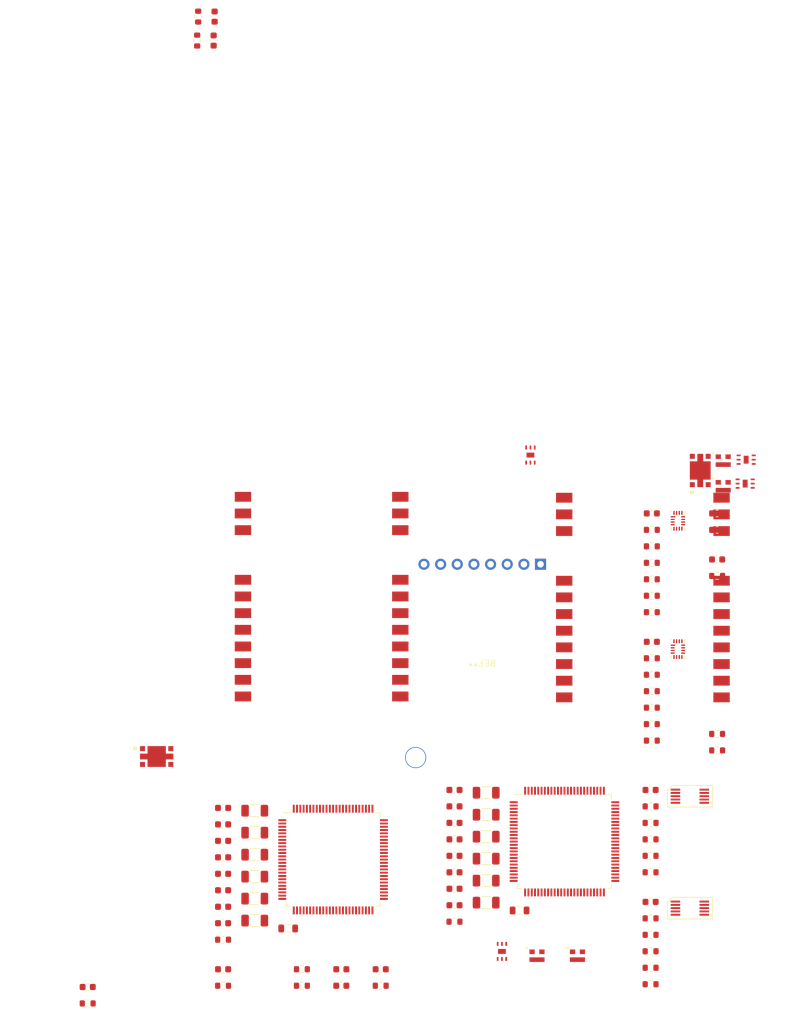
<source format=kicad_pcb>
(kicad_pcb (version 20240108) (generator "pcbnew") (generator_version "8.0")
  (layers (0 "F.Cu" signal) (31 "B.Cu" signal) (34 "B.Paste" user) (35 "F.Paste" user) (36 "B.SilkS" user "B.Silkscreen") (37 "F.SilkS" user "F.Silkscreen") (38 "B.Mask" user) (39 "F.Mask" user) (44 "Edge.Cuts" user))
  (net 0 "")
  (net 1 "GND")
  (net 2 "/COMMUNICATION MODULE 1/DETECTOR1/OUT")
  (net 3 "/COMMUNICATION MODULE 1/MONITOR/V_3.3")
  (net 4 "/COMMUNICATION MODULE 1/MONITOR/V_GND")
  (net 5 "/COMMUNICATION MODULE 2/MONITOR/V_GND")
  (net 6 "/COMMUNICATION MODULE 2/MONITOR/V_3.3")
  (net 7 "/COMMUNICATION MODULE 1/COMMAND/EFUSE_LATCHED/V_GND")
  (net 8 "/COMMUNICATION MODULE 1/COMMAND/V_LV")
  (net 9 "/COMMUNICATION MODULE 1/COMMAND/V_GND")
  (net 10 "/COMMUNICATION MODULE 1/COMMAND/MCU/V_3.3")
  (net 11 "/COMMUNICATION MODULE 1/COMMAND/MCU/VREF")
  (net 12 "/COMMUNICATION MODULE 1/COMMAND/MCU/VDD11")
  (net 13 "/COMMUNICATION MODULE 1/DETECTOR2/OUT")
  (net 14 "/COMMUNICATION MODULE 1/COMMAND/EXPANDER/V_3.3")
  (net 15 "/COMMUNICATION MODULE 2/DETECTOR2/OUT")
  (net 16 "/COMMUNICATION MODULE 2/DETECTOR1/OUT")
  (net 17 "/COMMUNICATION MODULE 1/COMMAND/CAN/V_3.3")
  (net 18 "/COMMUNICATION MODULE 2/COMMAND/EFUSE_LATCHED/V_GND")
  (net 19 "/COMMUNICATION MODULE 2/COMMAND/V_LV")
  (net 20 "/COMMUNICATION MODULE 2/COMMAND/V_GND")
  (net 21 "/COMMUNICATION MODULE 2/COMMAND/MCU/V_3.3")
  (net 22 "/COMMUNICATION MODULE 2/COMMAND/MCU/VREF")
  (net 23 "/COMMUNICATION MODULE 2/COMMAND/MCU/VDD11")
  (net 24 "/COMMUNICATION MODULE 2/COMMAND/EXPANDER/V_3.3")
  (net 25 "/COMMUNICATION MODULE 2/COMMAND/CAN/V_3.3")
  (net 26 "Net-(U17-VLXSMPS)")
  (net 27 "Net-(U21-VLXSMPS)")
  (net 28 "/COMMUNICATION MODULE 1/COMMAND/I2C1.SCL")
  (net 31 "/COMMUNICATION MODULE 1/COMMAND/I2C1.SDA")
  (net 32 "/COMMUNICATION MODULE 1/MONITOR/ALERT")
  (net 33 "/COMMUNICATION MODULE 1/MONITOR/A0")
  (net 34 "/COMMUNICATION MODULE 1/MONITOR/A1")
  (net 35 "/COMMUNICATION MODULE 2/COMMAND/I2C1.SCL")
  (net 38 "/COMMUNICATION MODULE 2/COMMAND/I2C1.SDA")
  (net 39 "/COMMUNICATION MODULE 2/MONITOR/ALERT")
  (net 40 "/COMMUNICATION MODULE 2/MONITOR/A0")
  (net 41 "/COMMUNICATION MODULE 2/MONITOR/A1")
  (net 42 "/COMMUNICATION MODULE 1/COMMAND/EFUSE_LATCHED/FAULT")
  (net 44 "/COMMUNICATION MODULE 1/COMMAND/MCU/PH3")
  (net 45 "/COMMUNICATION MODULE 1/COMMAND/EXPANDER_RESET")
  (net 46 "/COMMUNICATION MODULE 1/COMMAND/EXPANDER_INT")
  (net 47 "/COMMUNICATION MODULE 1/COMMAND/EXPANDER/A0")
  (net 48 "/COMMUNICATION MODULE 1/COMMAND/EXPANDER/A1")
  (net 50 "/COMMUNICATION MODULE 2/COMMAND/EFUSE_LATCHED/FAULT")
  (net 51 "/COMMUNICATION MODULE 2/COMMAND/MCU/PH3")
  (net 52 "/COMMUNICATION MODULE 2/COMMAND/EXPANDER_RESET")
  (net 53 "/COMMUNICATION MODULE 2/COMMAND/EXPANDER_INT")
  (net 54 "/COMMUNICATION MODULE 2/COMMAND/EXPANDER/A0")
  (net 55 "/COMMUNICATION MODULE 2/COMMAND/EXPANDER/A1")
  (net 56 "/COMMUNICATION MODULE 1/ATTENUATOR1/IN")
  (net 57 "/COMMUNICATION MODULE 1/ATTENUATOR1/OUT")
  (net 58 "/COMMUNICATION MODULE 1/MONITOR/I2C.SCL")
  (net 59 "/COMMUNICATION MODULE 1/MONITOR/IN")
  (net 60 "/COMMUNICATION MODULE 1/MONITOR/I2C.SDA")
  (net 61 "/COMMUNICATION MODULE 1/MONITOR/OUT")
  (net 62 "/COMMUNICATION MODULE 1/ATTENUATOR2/OUT")
  (net 63 "/COMMUNICATION MODULE 1/ATTENUATOR2/IN")
  (net 64 "/COMMUNICATION MODULE 2/MONITOR/IN")
  (net 65 "/COMMUNICATION MODULE 2/MONITOR/I2C.SCL")
  (net 66 "/COMMUNICATION MODULE 2/MONITOR/OUT")
  (net 67 "/COMMUNICATION MODULE 2/MONITOR/I2C.SDA")
  (net 68 "/COMMUNICATION MODULE 2/ATTENUATOR2/OUT")
  (net 69 "/COMMUNICATION MODULE 2/ATTENUATOR2/IN")
  (net 70 "/COMMUNICATION MODULE 1/TRANSCIEVER/SPI.CS")
  (net 71 "/COMMUNICATION MODULE 1/TRANSCIEVER/SPI.SCLK")
  (net 72 "/COMMUNICATION MODULE 1/TRANSCIEVER/RESET")
  (net 73 "/COMMUNICATION MODULE 1/TRANSCIEVER/DIO2")
  (net 74 "/COMMUNICATION MODULE 1/TRANSCIEVER/BUSY")
  (net 75 "/COMMUNICATION MODULE 1/TRANSCIEVER/SPI.SDO")
  (net 76 "/COMMUNICATION MODULE 1/TRANSCIEVER/SPI.SDI")
  (net 77 "/COMMUNICATION MODULE 1/TRANSCIEVER/ENABLE.TX")
  (net 78 "/COMMUNICATION MODULE 1/COUPLER/IN")
  (net 79 "/COMMUNICATION MODULE 1/TRANSCIEVER/ENABLE.RX")
  (net 80 "/COMMUNICATION MODULE 1/TRANSCIEVER/DIO1")
  (net 81 "/COMMUNICATION MODULE 2/ATTENUATOR1/IN")
  (net 82 "/COMMUNICATION MODULE 2/ATTENUATOR1/OUT")
  (net 83 "/COMMUNICATION MODULE 2/TRANSCIEVER/ENABLE.RX")
  (net 84 "/COMMUNICATION MODULE 2/TRANSCIEVER/BUSY")
  (net 85 "/COMMUNICATION MODULE 2/TRANSCIEVER/SPI.SCLK")
  (net 86 "/COMMUNICATION MODULE 2/TRANSCIEVER/SPI.SDO")
  (net 87 "/COMMUNICATION MODULE 2/TRANSCIEVER/SPI.SDI")
  (net 88 "/COMMUNICATION MODULE 2/TRANSCIEVER/RESET")
  (net 89 "/COMMUNICATION MODULE 2/TRANSCIEVER/SPI.CS")
  (net 90 "/COMMUNICATION MODULE 2/TRANSCIEVER/DIO1")
  (net 91 "/COMMUNICATION MODULE 2/TRANSCIEVER/DIO2")
  (net 92 "/COMMUNICATION MODULE 2/TRANSCIEVER/ENABLE.TX")
  (net 93 "/COMMUNICATION MODULE 2/COUPLER/IN")
  (net 94 "/COMMUNICATION MODULE 1/COMMAND/MCU/PE13")
  (net 95 "/COMMUNICATION MODULE 1/COMMAND/MCU/PA7")
  (net 96 "/COMMUNICATION MODULE 1/COMMAND/MCU/PA2")
  (net 97 "/COMMUNICATION MODULE 1/COMMAND/MCU/PB14")
  (net 98 "/COMMUNICATION MODULE 1/COMMAND/MCU/PD15")
  (net 99 "/COMMUNICATION MODULE 1/COMMAND/MCU/PD2")
  (net 100 "/COMMUNICATION MODULE 1/COMMAND/MCU/PD11")
  (net 101 "/COMMUNICATION MODULE 1/COMMAND/MCU/PD10")
  (net 102 "/COMMUNICATION MODULE 1/COMMAND/MCU/PE2")
  (net 103 "/COMMUNICATION MODULE 1/COMMAND/MCU/PD0")
  (net 104 "/COMMUNICATION MODULE 1/COMMAND/MCU/PB0")
  (net 105 "/COMMUNICATION MODULE 1/COMMAND/MCU/PC6")
  (net 106 "/COMMUNICATION MODULE 1/COMMAND/MCU/PH1")
  (net 107 "/COMMUNICATION MODULE 1/COMMAND/MCU/PC0")
  (net 108 "/COMMUNICATION MODULE 1/COMMAND/MCU/PD12")
  (net 109 "/COMMUNICATION MODULE 1/COMMAND/MCU_RESET")
  (net 110 "/COMMUNICATION MODULE 1/COMMAND/MCU/PA10")
  (net 111 "/COMMUNICATION MODULE 1/COMMAND/MCU/PB9")
  (net 112 "/COMMUNICATION MODULE 1/COMMAND/MCU/PC10")
  (net 113 "/COMMUNICATION MODULE 1/COMMAND/MCU/PB4")
  (net 114 "/COMMUNICATION MODULE 1/COMMAND/MCU/PH0")
  (net 115 "/COMMUNICATION MODULE 1/COMMAND/MCU/PC7")
  (net 116 "/COMMUNICATION MODULE 1/COMMAND/MCU/PE15")
  (net 117 "/COMMUNICATION MODULE 1/COMMAND/MCU/PE3")
  (net 118 "/COMMUNICATION MODULE 1/COMMAND/MCU/PA9")
  (net 119 "/COMMUNICATION MODULE 1/COMMAND/MCU/PD5")
  (net 120 "/COMMUNICATION MODULE 1/COMMAND/MCU/PB1")
  (net 121 "/COMMUNICATION MODULE 1/COMMAND/MCU/PA3")
  (net 122 "/COMMUNICATION MODULE 1/COMMAND/MCU/PB3")
  (net 123 "/COMMUNICATION MODULE 1/COMMAND/MCU/PE8")
  (net 124 "/COMMUNICATION MODULE 1/COMMAND/MCU/PA8")
  (net 125 "/COMMUNICATION MODULE 1/COMMAND/MCU/PC12")
  (net 126 "/COMMUNICATION MODULE 1/COMMAND/MCU/PB11")
  (net 127 "/COMMUNICATION MODULE 1/COMMAND/MCU/PE11")
  (net 128 "Net-(D1-K)")
  (net 129 "/COMMUNICATION MODULE 1/COMMAND/MCU/PA1")
  (net 130 "/COMMUNICATION MODULE 1/COMMAND/MCU/PC15")
  (net 131 "/COMMUNICATION MODULE 1/COMMAND/MCU/PC9")
  (net 132 "/COMMUNICATION MODULE 1/COMMAND/MCU/PB8")
  (net 133 "/COMMUNICATION MODULE 1/COMMAND/MCU/PB2")
  (net 134 "/COMMUNICATION MODULE 1/COMMAND/MCU/PC3")
  (net 135 "/COMMUNICATION MODULE 1/COMMAND/MCU/PA14")
  (net 136 "/COMMUNICATION MODULE 1/COMMAND/MCU/PE0")
  (net 137 "/COMMUNICATION MODULE 1/COMMAND/MCU/PC13")
  (net 138 "/COMMUNICATION MODULE 1/COMMAND/MCU/PD14")
  (net 139 "/COMMUNICATION MODULE 1/COMMAND/MCU/PC2")
  (net 140 "/COMMUNICATION MODULE 1/COMMAND/MCU/PE14")
  (net 141 "/COMMUNICATION MODULE 1/COMMAND/MCU/PD1")
  (net 142 "/COMMUNICATION MODULE 1/COMMAND/MCU/PA5")
  (net 143 "/COMMUNICATION MODULE 1/COMMAND/MCU/PA12")
  (net 144 "/COMMUNICATION MODULE 1/COMMAND/MCU/PA15")
  (net 145 "/COMMUNICATION MODULE 1/COMMAND/MCU/PA0")
  (net 146 "/COMMUNICATION MODULE 1/COMMAND/MCU/PE6")
  (net 147 "/COMMUNICATION MODULE 1/COMMAND/MCU/PB13")
  (net 148 "/COMMUNICATION MODULE 1/COMMAND/MCU/PE7")
  (net 149 "/COMMUNICATION MODULE 1/COMMAND/MCU/PC8")
  (net 150 "/COMMUNICATION MODULE 1/COMMAND/MCU/PD7")
  (net 151 "/COMMUNICATION MODULE 1/COMMAND/MCU/PE5")
  (net 152 "/COMMUNICATION MODULE 1/COMMAND/MCU/PC11")
  (net 153 "/COMMUNICATION MODULE 1/COMMAND/MCU/PD8")
  (net 154 "/COMMUNICATION MODULE 1/COMMAND/MCU/PD6")
  (net 155 "/COMMUNICATION MODULE 1/COMMAND/MCU/PC1")
  (net 156 "/COMMUNICATION MODULE 1/COMMAND/MCU/PA4")
  (net 157 "/COMMUNICATION MODULE 1/COMMAND/MCU/PB10")
  (net 158 "/COMMUNICATION MODULE 1/COMMAND/MCU/PB7")
  (net 159 "/COMMUNICATION MODULE 1/COMMAND/MCU/PE9")
  (net 160 "/COMMUNICATION MODULE 1/COMMAND/MCU/PE4")
  (net 161 "/COMMUNICATION MODULE 1/COMMAND/MCU/PA13")
  (net 162 "/COMMUNICATION MODULE 1/COMMAND/MCU/PB15")
  (net 163 "/COMMUNICATION MODULE 1/COMMAND/MCU/PD13")
  (net 164 "/COMMUNICATION MODULE 1/COMMAND/MCU/PA11")
  (net 165 "/COMMUNICATION MODULE 1/COMMAND/MCU/PE12")
  (net 166 "/COMMUNICATION MODULE 1/COMMAND/MCU/PD9")
  (net 167 "/COMMUNICATION MODULE 1/COMMAND/MCU/PE10")
  (net 168 "/COMMUNICATION MODULE 1/COMMAND/MCU/PA6")
  (net 169 "/COMMUNICATION MODULE 1/COMMAND/MCU/PD3")
  (net 170 "/COMMUNICATION MODULE 1/COMMAND/MCU/PB5")
  (net 171 "/COMMUNICATION MODULE 1/COMMAND/MCU/PC14")
  (net 172 "/COMMUNICATION MODULE 1/COMMAND/MCU/PB6")
  (net 173 "/COMMUNICATION MODULE 1/COMMAND/MCU/PD4")
  (net 174 "/COMMUNICATION MODULE 1/COMMAND/P2")
  (net 175 "/COMMUNICATION MODULE 1/COMMAND/P5")
  (net 176 "/CONNECTOR/I2C.SCL")
  (net 177 "/COMMUNICATION MODULE 1/COMMAND/P1")
  (net 178 "/COMMUNICATION MODULE 1/COMMAND/P4")
  (net 179 "/COMMUNICATION MODULE 1/COMMAND/P6")
  (net 180 "/COMMUNICATION MODULE 1/COMMAND/P3")
  (net 181 "/COMMUNICATION MODULE 1/COMMAND/P7")
  (net 182 "/CONNECTOR/I2C.SDA")
  (net 183 "/COMMUNICATION MODULE 1/COMMAND/P0")
  (net 184 "/COMMUNICATION MODULE 2/COMMAND/MCU/PA12")
  (net 185 "/COMMUNICATION MODULE 2/COMMAND/MCU/PE12")
  (net 186 "/COMMUNICATION MODULE 2/COMMAND/MCU/PD4")
  (net 187 "/COMMUNICATION MODULE 2/COMMAND/MCU/PD8")
  (net 188 "/COMMUNICATION MODULE 2/COMMAND/MCU/PB0")
  (net 189 "Net-(D2-K)")
  (net 190 "/COMMUNICATION MODULE 2/COMMAND/MCU/PB2")
  (net 191 "/COMMUNICATION MODULE 2/COMMAND/MCU/PD3")
  (net 192 "/COMMUNICATION MODULE 2/COMMAND/MCU/PD15")
  (net 193 "/COMMUNICATION MODULE 2/COMMAND/MCU/PD12")
  (net 194 "/COMMUNICATION MODULE 2/COMMAND/MCU/PD0")
  (net 195 "/COMMUNICATION MODULE 2/COMMAND/MCU/PC3")
  (net 196 "/COMMUNICATION MODULE 2/COMMAND/MCU_RESET")
  (net 197 "/COMMUNICATION MODULE 2/COMMAND/MCU/PC7")
  (net 198 "/COMMUNICATION MODULE 2/COMMAND/MCU/PB15")
  (net 199 "/COMMUNICATION MODULE 2/COMMAND/MCU/PC15")
  (net 200 "/COMMUNICATION MODULE 2/COMMAND/MCU/PD10")
  (net 201 "/COMMUNICATION MODULE 2/COMMAND/MCU/PC10")
  (net 202 "/COMMUNICATION MODULE 2/COMMAND/MCU/PE7")
  (net 203 "/COMMUNICATION MODULE 2/COMMAND/MCU/PE14")
  (net 204 "/COMMUNICATION MODULE 2/COMMAND/MCU/PC9")
  (net 205 "/COMMUNICATION MODULE 2/COMMAND/MCU/PB11")
  (net 206 "/COMMUNICATION MODULE 2/COMMAND/MCU/PD5")
  (net 207 "/COMMUNICATION MODULE 2/COMMAND/MCU/PB13")
  (net 208 "/COMMUNICATION MODULE 2/COMMAND/MCU/PA14")
  (net 209 "/COMMUNICATION MODULE 2/COMMAND/MCU/PA1")
  (net 210 "/COMMUNICATION MODULE 2/COMMAND/MCU/PC11")
  (net 211 "/COMMUNICATION MODULE 2/COMMAND/MCU/PE15")
  (net 212 "/COMMUNICATION MODULE 2/COMMAND/MCU/PB4")
  (net 213 "/COMMUNICATION MODULE 2/COMMAND/MCU/PC0")
  (net 214 "/COMMUNICATION MODULE 2/COMMAND/MCU/PA13")
  (net 215 "/COMMUNICATION MODULE 2/COMMAND/MCU/PA10")
  (net 216 "/COMMUNICATION MODULE 2/COMMAND/MCU/PA0")
  (net 217 "/COMMUNICATION MODULE 2/COMMAND/MCU/PE11")
  (net 218 "/COMMUNICATION MODULE 2/COMMAND/MCU/PB1")
  (net 219 "/COMMUNICATION MODULE 2/COMMAND/MCU/PC8")
  (net 220 "/COMMUNICATION MODULE 2/COMMAND/MCU/PE2")
  (net 221 "/COMMUNICATION MODULE 2/COMMAND/MCU/PA5")
  (net 222 "/COMMUNICATION MODULE 2/COMMAND/MCU/PA9")
  (net 223 "/COMMUNICATION MODULE 2/COMMAND/MCU/PB10")
  (net 224 "/COMMUNICATION MODULE 2/COMMAND/MCU/PE9")
  (net 225 "/COMMUNICATION MODULE 2/COMMAND/MCU/PE4")
  (net 226 "/COMMUNICATION MODULE 2/COMMAND/MCU/PE10")
  (net 227 "/COMMUNICATION MODULE 2/COMMAND/MCU/PC14")
  (net 228 "/COMMUNICATION MODULE 2/COMMAND/MCU/PC6")
  (net 229 "/COMMUNICATION MODULE 2/COMMAND/MCU/PA3")
  (net 230 "/COMMUNICATION MODULE 2/COMMAND/MCU/PA4")
  (net 231 "/COMMUNICATION MODULE 2/COMMAND/MCU/PB9")
  (net 232 "/COMMUNICATION MODULE 2/COMMAND/MCU/PE6")
  (net 233 "/COMMUNICATION MODULE 2/COMMAND/MCU/PD6")
  (net 234 "/COMMUNICATION MODULE 2/COMMAND/MCU/PE13")
  (net 235 "/COMMUNICATION MODULE 2/COMMAND/MCU/PB14")
  (net 236 "/COMMUNICATION MODULE 2/COMMAND/MCU/PD11")
  (net 237 "/COMMUNICATION MODULE 2/COMMAND/MCU/PA8")
  (net 238 "/COMMUNICATION MODULE 2/COMMAND/MCU/PA2")
  (net 239 "/COMMUNICATION MODULE 2/COMMAND/MCU/PD14")
  (net 240 "/COMMUNICATION MODULE 2/COMMAND/MCU/PE5")
  (net 241 "/COMMUNICATION MODULE 2/COMMAND/MCU/PD13")
  (net 242 "/COMMUNICATION MODULE 2/COMMAND/MCU/PB5")
  (net 243 "/COMMUNICATION MODULE 2/COMMAND/MCU/PB7")
  (net 244 "/COMMUNICATION MODULE 2/COMMAND/MCU/PA6")
  (net 245 "/COMMUNICATION MODULE 2/COMMAND/MCU/PE8")
  (net 246 "/COMMUNICATION MODULE 2/COMMAND/MCU/PE3")
  (net 247 "/COMMUNICATION MODULE 2/COMMAND/MCU/PH1")
  (net 248 "/COMMUNICATION MODULE 2/COMMAND/MCU/PC13")
  (net 249 "/COMMUNICATION MODULE 2/COMMAND/MCU/PE0")
  (net 250 "/COMMUNICATION MODULE 2/COMMAND/MCU/PB6")
  (net 251 "/COMMUNICATION MODULE 2/COMMAND/MCU/PD2")
  (net 252 "/COMMUNICATION MODULE 2/COMMAND/MCU/PD9")
  (net 253 "/COMMUNICATION MODULE 2/COMMAND/MCU/PD7")
  (net 254 "/COMMUNICATION MODULE 2/COMMAND/MCU/PA11")
  (net 255 "/COMMUNICATION MODULE 2/COMMAND/MCU/PD1")
  (net 256 "/COMMUNICATION MODULE 2/COMMAND/MCU/PA15")
  (net 257 "/COMMUNICATION MODULE 2/COMMAND/MCU/PC12")
  (net 258 "/COMMUNICATION MODULE 2/COMMAND/MCU/PB8")
  (net 259 "/COMMUNICATION MODULE 2/COMMAND/MCU/PC1")
  (net 260 "/COMMUNICATION MODULE 2/COMMAND/MCU/PC2")
  (net 261 "/COMMUNICATION MODULE 2/COMMAND/MCU/PB3")
  (net 262 "/COMMUNICATION MODULE 2/COMMAND/MCU/PA7")
  (net 263 "/COMMUNICATION MODULE 2/COMMAND/MCU/PH0")
  (net 264 "/COMMUNICATION MODULE 2/COMMAND/P4")
  (net 265 "/COMMUNICATION MODULE 2/COMMAND/P3")
  (net 266 "/COMMUNICATION MODULE 2/COMMAND/P2")
  (net 267 "/COMMUNICATION MODULE 2/COMMAND/P1")
  (net 268 "/COMMUNICATION MODULE 2/COMMAND/P0")
  (net 269 "/COMMUNICATION MODULE 2/COMMAND/P5")
  (net 270 "/COMMUNICATION MODULE 2/COMMAND/P7")
  (net 271 "/COMMUNICATION MODULE 2/COMMAND/P6")
  (net 272 "/COMMUNICATION MODULE 1/ANT")
  (net 274 "/COMMUNICATION MODULE 1/DETECTOR_ENABLE")
  (net 275 "/COMMUNICATION MODULE 1/DETECTOR1/V_3.3")
  (net 277 "/COMMUNICATION MODULE 1/DETECTOR2/V_3.3")
  (net 278 "/COMMUNICATION MODULE 2/ANT")
  (net 279 "/COMMUNICATION MODULE 2/DETECTOR2/V_3.3")
  (net 281 "/COMMUNICATION MODULE 2/DETECTOR_ENABLE")
  (net 283 "/COMMUNICATION MODULE 2/DETECTOR1/V_3.3")
  (footprint "CUBESAT:LMV221" (layer "F.Cu") (at 162.5 131)
    (property "Reference" "U15" (hide yes))
    (property "Value" "LMV221")
  )
  (footprint "CUBESAT:TCAL9538RSV" (layer "F.Cu") (at 189.345 65.36)
    (property "Reference" "U18" (hide yes))
    (property "Value" "TCAL9538RSV")
  )
  (footprint "Capacitor_SMD:C_0603_1608Metric" (layer "F.Cu") (at 119.97 133.72)
    (property "Reference" "C22" (hide yes))
    (property "Value" "4.7nF")
  )
  (footprint "CUBESAT:X4C09F1-30S" (layer "F.Cu") (at 192.75 57.7 90)
    (property "Reference" "U4" (hide yes))
    (property "Value" "X4C09F1-30S")
  )
  (footprint "Capacitor_SMD:C_0603_1608Metric" (layer "F.Cu") (at 185.365 83.81)
    (property "Reference" "C40" (hide yes))
    (property "Value" "100nF")
  )
  (footprint "Resistor_SMD:R_0603_1608Metric" (layer "F.Cu") (at 185.365 69.26)
    (property "Reference" "R28" (hide yes))
    (property "Value" "4.7kΩ")
  )
  (footprint "Capacitor_SMD:C_1206_3216Metric" (layer "F.Cu") (at 124.8 116.25)
    (property "Reference" "C31" (hide yes))
    (property "Value" "1uF")
  )
  (footprint "Resistor_SMD:R_0603_1608Metric" (layer "F.Cu") (at 185.175 118.94)
    (property "Reference" "R10" (hide yes))
    (property "Value" "0Ω")
  )
  (footprint "Resistor_SMD:R_0603_1608Metric" (layer "F.Cu") (at 119.97 136.23)
    (property "Reference" "R19" (hide yes))
    (property "Value" "100kΩ")
  )
  (footprint "Resistor_SMD:R_0603_1608Metric" (layer "F.Cu") (at 185.365 66.75)
    (property "Reference" "R27" (hide yes))
    (property "Value" "4.7kΩ")
  )
  (footprint "RF_Converter:RF_Attenuator_Susumu_PAT1220" (layer "F.Cu") (at 196.25 60.1)
    (property "Reference" "U1" (hide yes))
    (property "Value" "PAT1220-C-10DB")
  )
  (footprint "Resistor_SMD:R_0603_1608Metric" (layer "F.Cu") (at 131.99 133.72)
    (property "Reference" "R12" (hide yes))
    (property "Value" "4.7kΩ")
  )
  (footprint "Resistor_SMD:R_0603_1608Metric" (layer "F.Cu") (at 119.97 129.21)
    (property "Reference" "R34" (hide yes))
    (property "Value" "4.7kΩ")
  )
  (footprint "Capacitor_SMD:C_0603_1608Metric" (layer "F.Cu") (at 185.175 106.39)
    (property "Reference" "C2" (hide yes))
    (property "Value" "100nF")
  )
  (footprint "CUBESAT:TCAL9538RSV" (layer "F.Cu") (at 189.345 84.93)
    (property "Reference" "U22" (hide yes))
    (property "Value" "TCAL9538RSV")
  )
  (footprint "Capacitor_SMD:C_0603_1608Metric" (layer "F.Cu") (at 155.265 111.41)
    (property "Reference" "C9" (hide yes))
    (property "Value" "100nF")
  )
  (footprint "Capacitor_SMD:C_0603_1608Metric" (layer "F.Cu") (at 195.325 66.75)
    (property "Reference" "C24" (hide yes))
    (property "Value" "100nF")
  )
  (footprint "Resistor_SMD:R_0603_1608Metric" (layer "F.Cu") (at 185.175 130.98)
    (property "Reference" "R21" (hide yes))
    (property "Value" "0Ω")
  )
  (footprint "Capacitor_SMD:C_1206_3216Metric" (layer "F.Cu") (at 124.8 122.95)
    (property "Reference" "C37" (hide yes))
    (property "Value" "2.2uF")
  )
  (footprint "Capacitor_SMD:C_0603_1608Metric" (layer "F.Cu") (at 185.175 123.45)
    (property "Reference" "C3" (hide yes))
    (property "Value" "100nF")
  )
  (footprint "Resistor_SMD:R_0603_1608Metric" (layer "F.Cu") (at 116.02 -7.83 -90)
    (property "Reference" "R3" (hide yes))
    (property "Value" "100kΩ")
  )
  (footprint "Capacitor_SMD:C_1206_3216Metric" (layer "F.Cu") (at 124.8 112.9)
    (property "Reference" "C27" (hide yes))
    (property "Value" "10uF")
  )
  (footprint "CUBESAT:ARDUCAM" (layer "F.Cu") (at 159.5 86.5 180)
    (property "Reference" "REF**")
    (property "Value" "ARDUCAM")
  )
  (footprint "CUBESAT:LMV221" (layer "F.Cu") (at 166.85 55.35)
    (property "Reference" "U13" (hide yes))
    (property "Value" "LMV221")
  )
  (footprint "Resistor_SMD:R_0603_1608Metric" (layer "F.Cu") (at 185.175 111.41)
    (property "Reference" "R6" (hide yes))
    (property "Value" "0Ω")
  )
  (footprint "Capacitor_SMD:C_0603_1608Metric" (layer "F.Cu") (at 138 136.23)
    (property "Reference" "C42" (hide yes))
    (property "Value" "100nF")
  )
  (footprint "Resistor_SMD:R_0603_1608Metric" (layer "F.Cu") (at 185.175 136)
    (property "Reference" "R23" (hide yes))
    (property "Value" "0Ω")
  )
  (footprint "Resistor_SMD:R_0603_1608Metric" (layer "F.Cu") (at 185.365 96.36)
    (property "Reference" "R39" (hide yes))
    (property "Value" "0Ω")
  )
  (footprint "Resistor_SMD:R_0603_1608Metric" (layer "F.Cu") (at 185.175 125.96)
    (property "Reference" "R16" (hide yes))
    (property "Value" "4.7kΩ")
  )
  (footprint "Resistor_SMD:R_0603_1608Metric" (layer "F.Cu") (at 185.365 71.77)
    (property "Reference" "R29" (hide yes))
    (property "Value" "0Ω")
  )
  (footprint "Capacitor_SMD:C_0603_1608Metric" (layer "F.Cu") (at 119.97 116.66)
    (property "Reference" "C32" (hide yes))
    (property "Value" "100nF")
  )
  (footprint "Resistor_SMD:R_0603_1608Metric" (layer "F.Cu") (at 185.175 108.9)
    (property "Reference" "R5" (hide yes))
    (property "Value" "4.7kΩ")
  )
  (footprint "Capacitor_SMD:C_0603_1608Metric" (layer "F.Cu") (at 155.265 106.39)
    (property "Reference" "C7" (hide yes))
    (property "Value" "100nF")
  )
  (footprint "CUBESAT:STM32U5A5VJ" (layer "F.Cu") (at 172.045 114.26)
    (property "Reference" "U17" (hide yes))
    (property "Value" "STM32U5A5VJT6Q" (hide yes))
  )
  (footprint "Capacitor_SMD:C_0603_1608Metric" (layer "F.Cu") (at 99.32 136.42)
    (property "Reference" "C21" (hide yes))
    (property "Value" "4.7nF")
  )
  (footprint "CUBESAT:STM32U5A5VJ" (layer "F.Cu") (at 136.75 117)
    (property "Reference" "U21" (hide yes))
    (property "Value" "STM32U5A5VJT6Q" (hide yes))
  )
  (footprint "Resistor_SMD:R_0603_1608Metric" (layer "F.Cu") (at 195.325 73.77)
    (property "Reference" "R25" (hide yes))
    (property "Value" "4.7kΩ")
  )
  (footprint "Capacitor_SMD:C_1206_3216Metric" (layer "F.Cu") (at 124.8 119.6)
    (property "Reference" "C36" (hide yes))
    (property "Value" "2.2uF")
  )
  (footprint "CUBESAT:E22-400M30S" (layer "F.Cu") (at 135 75.5 180)
    (property "Reference" "U16" (hide yes))
    (property "Value" "E22-400M30S")
  )
  (footprint "CUBESAT:INA228" (layer "F.Cu") (at 191.165 124.405)
    (property "Reference" "U7" (hide yes))
    (property "Value" "INA228" (hide yes))
  )
  (footprint "Capacitor_SMD:C_0603_1608Metric" (layer "F.Cu") (at 138 133.72)
    (property "Reference" "C41" (hide yes))
    (property "Value" "100nF")
  )
  (footprint "Resistor_SMD:R_0603_1608Metric" (layer "F.Cu") (at 195.325 97.85)
    (property "Reference" "R1" (hide yes))
    (property "Value" "4.7kΩ")
  )
  (footprint "Resistor_SMD:R_0603_1608Metric" (layer "F.Cu") (at 185.365 86.32)
    (property "Reference" "R35" (hide yes))
    (property "Value" "4.7kΩ")
  )
  (footprint "Capacitor_SMD:C_0603_1608Metric" (layer "F.Cu") (at 155.265 113.92)
    (property "Reference" "C11" (hide yes))
    (property "Value" "100nF")
  )
  (footprint "Capacitor_SMD:C_0603_1608Metric" (layer "F.Cu") (at 118.68 -11.48 -90)
    (property "Reference" "C19" (hide yes))
    (property "Value" "4.7nF")
  )
  (footprint "CUBESAT:LMV221" (layer "F.Cu") (at 199.75 56.05 -90)
    (property "Reference" "U8" (hide yes))
    (property "Value" "LMV221")
  )
  (footprint "Resistor_SMD:R_0603_1608Metric" (layer "F.Cu") (at 185.365 93.85)
    (property "Reference" "R38" (hide yes))
    (property "Value" "0Ω")
  )
  (footprint "Capacitor_SMD:C_0603_1608Metric" (layer "F.Cu") (at 155.265 116.43)
    (property "Reference" "C12" (hide yes))
    (property "Value" "100nF")
  )
  (footprint "Capacitor_SMD:C_1206_3216Metric" (layer "F.Cu") (at 124.8 109.55)
    (property "Reference" "C26" (hide yes))
    (property "Value" "1uF")
  )
  (footprint "Capacitor_SMD:C_1206_3216Metric" (layer "F.Cu") (at 160.095 116.86)
    (property "Reference" "C15" (hide yes))
    (property "Value" "2.2uF")
  )
  (footprint "CUBESAT:INA228" (layer "F.Cu") (at 191.165 107.345)
    (property "Reference" "U2" (hide yes))
    (property "Value" "INA228" (hide yes))
  )
  (footprint "Resistor_SMD:R_0603_1608Metric" (layer "F.Cu") (at 99.32 138.93)
    (property "Reference" "R18" (hide yes))
    (property "Value" "100kΩ")
  )
  (footprint "Capacitor_SMD:C_1206_3216Metric" (layer "F.Cu") (at 160.095 113.51)
    (property "Reference" "C10" (hide yes))
    (property "Value" "1uF")
  )
  (footprint "Capacitor_SMD:C_0603_1608Metric" (layer "F.Cu") (at 195.325 64.24)
    (property "Reference" "C23" (hide yes))
    (property "Value" "100nF")
  )
  (footprint "Capacitor_SMD:C_0603_1608Metric" (layer "F.Cu") (at 118.53 -7.83 -90)
    (property "Reference" "C1" (hide yes))
    (property "Value" "4.7nF")
  )
  (footprint "Resistor_SMD:R_0603_1608Metric" (layer "F.Cu") (at 116.17 -11.48 -90)
    (property "Reference" "R4" (hide yes))
    (property "Value" "100kΩ")
  )
  (footprint "Resistor_SMD:R_0603_1608Metric" (layer "F.Cu") (at 144.01 136.23)
    (property "Reference" "R33" (hide yes))
    (property "Value" "4.7kΩ")
  )
  (footprint "Capacitor_SMD:C_0603_1608Metric" (layer "F.Cu") (at 155.265 118.94)
    (property "Reference" "C13" (hide yes))
    (property "Value" "100nF")
  )
  (footprint "Inductor_SMD:L_0805_2012Metric" (layer "F.Cu") (at 129.9 127.5)
    (property "Reference" "L2" (hide yes))
    (property "Value" "2.2uH")
  )
  (footprint "Resistor_SMD:R_0603_1608Metric" (layer "F.Cu") (at 185.175 113.92)
    (property "Reference" "R7" (hide yes))
    (property "Value" "0Ω")
  )
  (footprint "Resistor_SMD:R_0603_1608Metric" (layer "F.Cu") (at 131.99 136.23)
    (property "Reference" "R15" (hide yes))
    (property "Value" "4.7kΩ")
  )
  (footprint "CUBESAT:LMV221" (layer "F.Cu") (at 199.6 59.7 -90)
    (property "Reference" "U6" (hide yes))
    (property "Value" "LMV221")
  )
  (footprint "Resistor_SMD:R_0603_1608Metric" (layer "F.Cu") (at 185.175 116.43)
    (property "Reference" "R9" (hide yes))
    (property "Value" "0Ω")
  )
  (footprint "Capacitor_SMD:C_0603_1608Metric" (layer "F.Cu") (at 119.97 124.19)
    (property "Reference" "C35" (hide yes))
    (property "Value" "100nF")
  )
  (footprint "RF_Converter:RF_Attenuator_Susumu_PAT1220" (layer "F.Cu") (at 174.02 131.655)
    (property "Reference" "U10" (hide yes))
    (property "Value" "PAT1220-C-10DB")
  )
  (footprint "Capacitor_SMD:C_0603_1608Metric" (layer "F.Cu") (at 119.97 121.68)
    (property "Reference" "C34" (hide yes))
    (property "Value" "100nF")
  )
  (footprint "RF_Converter:RF_Attenuator_Susumu_PAT1220" (layer "F.Cu") (at 167.85 131.655)
    (property "Reference" "U14" (hide yes))
    (property "Value" "PAT1220-C-10DB")
  )
  (footprint "Resistor_SMD:R_0603_1608Metric" (layer "F.Cu") (at 185.365 76.79)
    (property "Reference" "R31" (hide yes))
    (property "Value" "0Ω")
  )
  (footprint "CUBESAT:X4C09F1-30S" (layer "F.Cu") (at 109.841 101.2935)
    (property "Reference" "U12" (hide yes))
    (property "Value" "X4C09F1-30S")
  )
  (footprint "Capacitor_SMD:C_0603_1608Metric" (layer "F.Cu") (at 119.97 114.15)
    (property "Reference" "C30" (hide yes))
    (property "Value" "100nF")
  )
  (footprint "Capacitor_SMD:C_0603_1608Metric" (layer "F.Cu") (at 119.97 126.7)
    (property "Reference" "C38" (hide yes))
    (property "Value" "100nF")
  )
  (footprint "Capacitor_SMD:C_0603_1608Metric" (layer "F.Cu") (at 119.97 119.17)
    (property "Reference" "C33" (hide yes))
    (property "Value" "100nF")
  )
  (footprint "Resistor_SMD:R_0603_1608Metric" (layer "F.Cu") (at 185.365 74.28)
    (property "Reference" "R30" (hide yes))
    (property "Value" "0Ω")
  )
  (footprint "Resistor_SMD:R_0603_1608Metric" (layer "F.Cu") (at 155.265 126.47)
    (property "Reference" "R26" (hide yes))
    (property "Value" "4.7kΩ")
  )
  (footprint "Capacitor_SMD:C_1206_3216Metric" (layer "F.Cu") (at 160.095 123.56)
    (property "Reference" "C18" (hide yes))
    (property "Value" "10uF")
  )
  (footprint "Capacitor_SMD:C_0603_1608Metric" (layer "F.Cu") (at 195.325 71.26)
    (property "Reference" "C4" (hide yes))
    (property "Value" "100nF")
  )
  (footprint "Capacitor_SMD:C_0603_1608Metric" (layer "F.Cu") (at 119.97 111.64)
    (property "Reference" "C29" (hide yes))
    (property "Value" "100nF")
  )
  (footprint "Capacitor_SMD:C_1206_3216Metric" (layer "F.Cu") (at 160.095 110.16)
    (property "Reference" "C6" (hide yes))
    (property "Value" "10uF")
  )
  (footprint "Capacitor_SMD:C_0603_1608Metric" (layer "F.Cu") (at 155.265 121.45)
    (property "Reference" "C14" (hide yes))
    (property "Value" "100nF")
  )
  (footprint "RF_Converter:RF_Attenuator_Susumu_PAT1220" (layer "F.Cu") (at 196.25 56.2)
    (property "Reference" "U3" (hide yes))
    (property "Value" "PAT1220-C-10DB")
  )
  (footprint "Capacitor_SMD:C_0603_1608Metric" (layer "F.Cu") (at 185.365 64.24)
    (property "Reference" "C20" (hide yes))
    (property "Value" "100nF")
  )
  (footprint "Resistor_SMD:R_0603_1608Metric" (layer "F.Cu") (at 185.365 88.83)
    (property "Reference" "R36" (hide yes))
    (property "Value" "4.7kΩ")
  )
  (footprint "Resistor_SMD:R_0603_1608Metric" (layer "F.Cu") (at 185.365 91.34)
    (property "Reference" "R37" (hide yes))
    (property "Value" "0Ω")
  )
  (footprint "Capacitor_SMD:C_0603_1608Metric" (layer "F.Cu") (at 155.265 123.96)
    (property "Reference" "C17" (hide yes))
    (property "Value" "100nF")
  )
  (footprint "Capacitor_SMD:C_0603_1608Metric" (layer "F.Cu") (at 144.01 133.72)
    (property "Reference" "C25" (hide yes))
    (property "Value" "100nF")
  )
  (footprint "Capacitor_SMD:C_1206_3216Metric" (layer "F.Cu") (at 160.095 106.81)
    (property "Reference" "C5" (hide yes))
    (property "Value" "1uF")
  )
  (footprint "Capacitor_SMD:C_1206_3216Metric" (layer "F.Cu") (at 124.8 126.3)
    (property "Reference" "C39" (hide yes))
    (property "Value" "10uF")
  )
  (footprint "Capacitor_SMD:C_0603_1608Metric" (layer "F.Cu") (at 155.265 108.9)
    (property "Reference" "C8" (hide yes))
    (property "Value" "100nF")
  )
  (footprint "Resistor_SMD:R_0603_1608Metric" (layer "F.Cu") (at 185.365 98.87)
    (property "Reference" "R40" (hide yes))
    (property "Value" "0Ω")
  )
  (footprint "Inductor_SMD:L_0805_2012Metric" (layer "F.Cu") (at 165.195 124.76)
    (property "Reference" "L1" (hide yes))
    (property "Value" "2.2uH")
  )
  (footprint "CUBESAT:E22-400M30S" (layer "F.Cu") (at 184 75.64 180)
    (property "Reference" "U11" (hide yes))
    (property "Value" "E22-400M30S")
  )
  (footprint "Capacitor_SMD:C_1206_3216Metric" (layer "F.Cu") (at 160.095 120.21)
    (property "Reference" "C16" (hide yes))
    (property "Value" "2.2uF")
  )
  (footprint "Resistor_SMD:R_0603_1608Metric" (layer "F.Cu") (at 195.325 100.36)
    (property "Reference" "R2" (hide yes))
    (property "Value" "4.7kΩ")
  )
  (footprint "Resistor_SMD:R_0603_1608Metric" (layer "F.Cu") (at 185.175 128.47)
    (property "Reference" "R20" (hide yes))
    (property "Value" "0Ω")
  )
  (footprint "Capacitor_SMD:C_0603_1608Metric" (layer "F.Cu") (at 119.97 109.13)
    (property "Reference" "C28" (hide yes))
    (property "Value" "100nF")
  )
  (footprint "Resistor_SMD:R_0603_1608Metric" (layer "F.Cu") (at 185.175 133.49)
    (property "Reference" "R22" (hide yes))
    (property "Value" "0Ω")
  )
  (footprint "Resistor_SMD:R_0603_1608Metric" (layer "F.Cu") (at 185.365 79.3)
    (property "Reference" "R32" (hide yes))
    (property "Value" "0Ω")
  )
)
</source>
